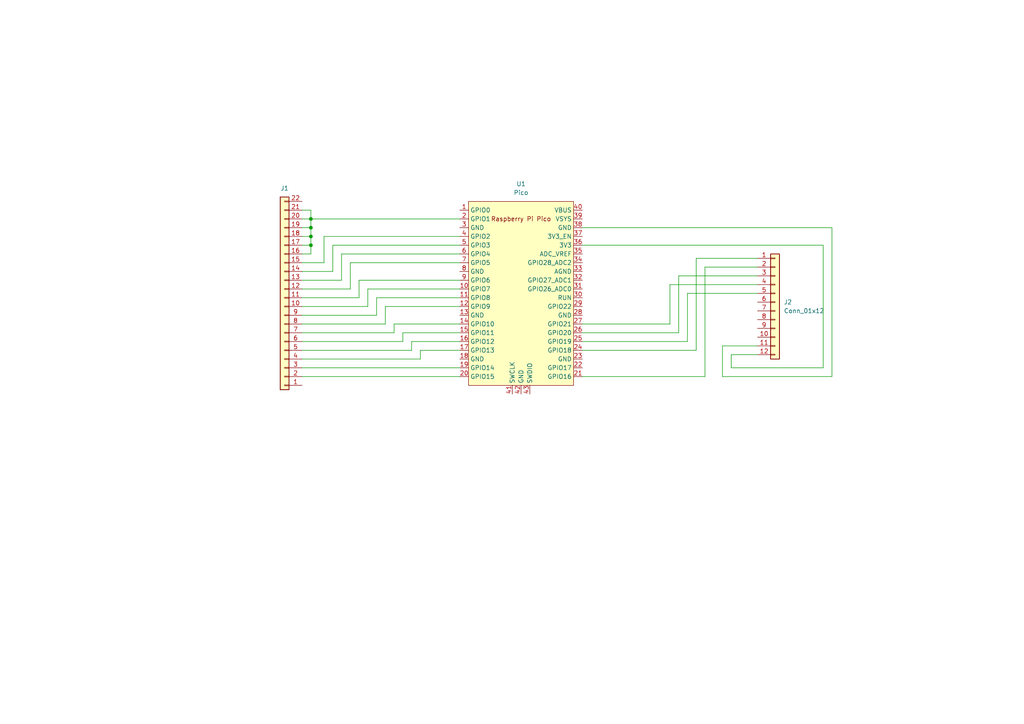
<source format=kicad_sch>
(kicad_sch (version 20250114) (generator "eeschema") (generator_version "9.0")
  (paper "A4")
  (lib_symbols
    (symbol "Connector_Generic:Conn_01x12" (pin_names (offset 1.016) (hide yes))
      (property "Reference" "J" (at 0 15.24 0))
      (property "Value" "Conn_01x12" (at 0 -17.78 0))
      (symbol "Conn_01x12_1_1"
        (rectangle (start -1.27 13.97) (end 1.27 -16.51) (stroke (width 0.254)) (fill (type background)))
        (rectangle (start -1.27 12.827) (end 0 12.573) (stroke (width 0.1524)))
        (rectangle (start -1.27 10.287) (end 0 10.033) (stroke (width 0.1524)))
        (rectangle (start -1.27 7.747) (end 0 7.493) (stroke (width 0.1524)))
        (rectangle (start -1.27 5.207) (end 0 4.953) (stroke (width 0.1524)))
        (rectangle (start -1.27 2.667) (end 0 2.413) (stroke (width 0.1524)))
        (rectangle (start -1.27 0.127) (end 0 -0.127) (stroke (width 0.1524)))
        (rectangle (start -1.27 -2.413) (end 0 -2.667) (stroke (width 0.1524)))
        (rectangle (start -1.27 -4.953) (end 0 -5.207) (stroke (width 0.1524)))
        (rectangle (start -1.27 -7.493) (end 0 -7.747) (stroke (width 0.1524)))
        (rectangle (start -1.27 -10.033) (end 0 -10.287) (stroke (width 0.1524)))
        (rectangle (start -1.27 -12.573) (end 0 -12.827) (stroke (width 0.1524)))
        (rectangle (start -1.27 -15.113) (end 0 -15.367) (stroke (width 0.1524)))
        (pin passive line (at -5.08 12.7 0) (length 3.81) (name "Pin_1") (number "1"))
        (pin passive line (at -5.08 10.16 0) (length 3.81) (name "Pin_2") (number "2"))
        (pin passive line (at -5.08 7.62 0) (length 3.81) (name "Pin_3") (number "3"))
        (pin passive line (at -5.08 5.08 0) (length 3.81) (name "Pin_4") (number "4"))
        (pin passive line (at -5.08 2.54 0) (length 3.81) (name "Pin_5") (number "5"))
        (pin passive line (at -5.08 0 0) (length 3.81) (name "Pin_6") (number "6"))
        (pin passive line (at -5.08 -2.54 0) (length 3.81) (name "Pin_7") (number "7"))
        (pin passive line (at -5.08 -5.08 0) (length 3.81) (name "Pin_8") (number "8"))
        (pin passive line (at -5.08 -7.62 0) (length 3.81) (name "Pin_9") (number "9"))
        (pin passive line (at -5.08 -10.16 0) (length 3.81) (name "Pin_10") (number "10"))
        (pin passive line (at -5.08 -12.7 0) (length 3.81) (name "Pin_11") (number "11"))
        (pin passive line (at -5.08 -15.24 0) (length 3.81) (name "Pin_12") (number "12"))
      )
    )
    (symbol "Connector_Generic:Conn_01x22" (pin_names (offset 1.016) (hide yes))
      (property "Reference" "J" (at 0 27.94 0))
      (property "Value" "Conn_01x22" (at 0 -30.48 0))
      (symbol "Conn_01x22_1_1"
        (rectangle (start -1.27 26.67) (end 1.27 -29.21) (stroke (width 0.254)) (fill (type background)))
        (rectangle (start -1.27 25.527) (end 0 25.273) (stroke (width 0.1524)))
        (rectangle (start -1.27 22.987) (end 0 22.733) (stroke (width 0.1524)))
        (rectangle (start -1.27 20.447) (end 0 20.193) (stroke (width 0.1524)))
        (rectangle (start -1.27 17.907) (end 0 17.653) (stroke (width 0.1524)))
        (rectangle (start -1.27 15.367) (end 0 15.113) (stroke (width 0.1524)))
        (rectangle (start -1.27 12.827) (end 0 12.573) (stroke (width 0.1524)))
        (rectangle (start -1.27 10.287) (end 0 10.033) (stroke (width 0.1524)))
        (rectangle (start -1.27 7.747) (end 0 7.493) (stroke (width 0.1524)))
        (rectangle (start -1.27 5.207) (end 0 4.953) (stroke (width 0.1524)))
        (rectangle (start -1.27 2.667) (end 0 2.413) (stroke (width 0.1524)))
        (rectangle (start -1.27 0.127) (end 0 -0.127) (stroke (width 0.1524)))
        (rectangle (start -1.27 -2.413) (end 0 -2.667) (stroke (width 0.1524)))
        (rectangle (start -1.27 -4.953) (end 0 -5.207) (stroke (width 0.1524)))
        (rectangle (start -1.27 -7.493) (end 0 -7.747) (stroke (width 0.1524)))
        (rectangle (start -1.27 -10.033) (end 0 -10.287) (stroke (width 0.1524)))
        (rectangle (start -1.27 -12.573) (end 0 -12.827) (stroke (width 0.1524)))
        (rectangle (start -1.27 -15.113) (end 0 -15.367) (stroke (width 0.1524)))
        (rectangle (start -1.27 -17.653) (end 0 -17.907) (stroke (width 0.1524)))
        (rectangle (start -1.27 -20.193) (end 0 -20.447) (stroke (width 0.1524)))
        (rectangle (start -1.27 -22.733) (end 0 -22.987) (stroke (width 0.1524)))
        (rectangle (start -1.27 -25.273) (end 0 -25.527) (stroke (width 0.1524)))
        (rectangle (start -1.27 -27.813) (end 0 -28.067) (stroke (width 0.1524)))
        (pin passive line (at -5.08 25.4 0) (length 3.81) (name "Pin_1") (number "1"))
        (pin passive line (at -5.08 22.86 0) (length 3.81) (name "Pin_2") (number "2"))
        (pin passive line (at -5.08 20.32 0) (length 3.81) (name "Pin_3") (number "3"))
        (pin passive line (at -5.08 17.78 0) (length 3.81) (name "Pin_4") (number "4"))
        (pin passive line (at -5.08 15.24 0) (length 3.81) (name "Pin_5") (number "5"))
        (pin passive line (at -5.08 12.7 0) (length 3.81) (name "Pin_6") (number "6"))
        (pin passive line (at -5.08 10.16 0) (length 3.81) (name "Pin_7") (number "7"))
        (pin passive line (at -5.08 7.62 0) (length 3.81) (name "Pin_8") (number "8"))
        (pin passive line (at -5.08 5.08 0) (length 3.81) (name "Pin_9") (number "9"))
        (pin passive line (at -5.08 2.54 0) (length 3.81) (name "Pin_10") (number "10"))
        (pin passive line (at -5.08 0 0) (length 3.81) (name "Pin_11") (number "11"))
        (pin passive line (at -5.08 -2.54 0) (length 3.81) (name "Pin_12") (number "12"))
        (pin passive line (at -5.08 -5.08 0) (length 3.81) (name "Pin_13") (number "13"))
        (pin passive line (at -5.08 -7.62 0) (length 3.81) (name "Pin_14") (number "14"))
        (pin passive line (at -5.08 -10.16 0) (length 3.81) (name "Pin_15") (number "15"))
        (pin passive line (at -5.08 -12.7 0) (length 3.81) (name "Pin_16") (number "16"))
        (pin passive line (at -5.08 -15.24 0) (length 3.81) (name "Pin_17") (number "17"))
        (pin passive line (at -5.08 -17.78 0) (length 3.81) (name "Pin_18") (number "18"))
        (pin passive line (at -5.08 -20.32 0) (length 3.81) (name "Pin_19") (number "19"))
        (pin passive line (at -5.08 -22.86 0) (length 3.81) (name "Pin_20") (number "20"))
        (pin passive line (at -5.08 -25.4 0) (length 3.81) (name "Pin_21") (number "21"))
        (pin passive line (at -5.08 -27.94 0) (length 3.81) (name "Pin_22") (number "22"))
      )
    )
    (symbol "MCU_RaspberryPi_and_Boards:Pico"
      (property "Reference" "U" (at -13.97 27.94 0))
      (property "Value" "Pico" (at 0 19.05 0))
      (symbol "Pico_0_0"
        (text "Raspberry Pi Pico" (at 0 21.59 0) (effects (font (size 1.27 1.27))))
      )
      (symbol "Pico_0_1"
        (rectangle (start -15.24 26.67) (end 15.24 -26.67) (fill (type background)))
      )
      (symbol "Pico_1_1"
        (pin bidirectional line (at -17.78 24.13 0) (length 2.54) (name "GPIO0") (number "1"))
        (pin bidirectional line (at -17.78 21.59 0) (length 2.54) (name "GPIO1") (number "2"))
        (pin power_in line (at -17.78 19.05 0) (length 2.54) (name "GND") (number "3"))
        (pin bidirectional line (at -17.78 16.51 0) (length 2.54) (name "GPIO2") (number "4"))
        (pin bidirectional line (at -17.78 13.97 0) (length 2.54) (name "GPIO3") (number "5"))
        (pin bidirectional line (at -17.78 11.43 0) (length 2.54) (name "GPIO4") (number "6"))
        (pin bidirectional line (at -17.78 8.89 0) (length 2.54) (name "GPIO5") (number "7"))
        (pin power_in line (at -17.78 6.35 0) (length 2.54) (name "GND") (number "8"))
        (pin bidirectional line (at -17.78 3.81 0) (length 2.54) (name "GPIO6") (number "9"))
        (pin bidirectional line (at -17.78 1.27 0) (length 2.54) (name "GPIO7") (number "10"))
        (pin bidirectional line (at -17.78 -1.27 0) (length 2.54) (name "GPIO8") (number "11"))
        (pin bidirectional line (at -17.78 -3.81 0) (length 2.54) (name "GPIO9") (number "12"))
        (pin power_in line (at -17.78 -6.35 0) (length 2.54) (name "GND") (number "13"))
        (pin bidirectional line (at -17.78 -8.89 0) (length 2.54) (name "GPIO10") (number "14"))
        (pin bidirectional line (at -17.78 -11.43 0) (length 2.54) (name "GPIO11") (number "15"))
        (pin bidirectional line (at -17.78 -13.97 0) (length 2.54) (name "GPIO12") (number "16"))
        (pin bidirectional line (at -17.78 -16.51 0) (length 2.54) (name "GPIO13") (number "17"))
        (pin power_in line (at -17.78 -19.05 0) (length 2.54) (name "GND") (number "18"))
        (pin bidirectional line (at -17.78 -21.59 0) (length 2.54) (name "GPIO14") (number "19"))
        (pin bidirectional line (at -17.78 -24.13 0) (length 2.54) (name "GPIO15") (number "20"))
        (pin input line (at -2.54 -29.21 90) (length 2.54) (name "SWCLK") (number "41"))
        (pin power_in line (at 0 -29.21 90) (length 2.54) (name "GND") (number "42"))
        (pin bidirectional line (at 2.54 -29.21 90) (length 2.54) (name "SWDIO") (number "43"))
        (pin power_in line (at 17.78 24.13 180) (length 2.54) (name "VBUS") (number "40"))
        (pin power_in line (at 17.78 21.59 180) (length 2.54) (name "VSYS") (number "39"))
        (pin bidirectional line (at 17.78 19.05 180) (length 2.54) (name "GND") (number "38"))
        (pin input line (at 17.78 16.51 180) (length 2.54) (name "3V3_EN") (number "37"))
        (pin power_in line (at 17.78 13.97 180) (length 2.54) (name "3V3") (number "36"))
        (pin power_in line (at 17.78 11.43 180) (length 2.54) (name "ADC_VREF") (number "35"))
        (pin bidirectional line (at 17.78 8.89 180) (length 2.54) (name "GPIO28_ADC2") (number "34"))
        (pin power_in line (at 17.78 6.35 180) (length 2.54) (name "AGND") (number "33"))
        (pin bidirectional line (at 17.78 3.81 180) (length 2.54) (name "GPIO27_ADC1") (number "32"))
        (pin bidirectional line (at 17.78 1.27 180) (length 2.54) (name "GPIO26_ADC0") (number "31"))
        (pin input line (at 17.78 -1.27 180) (length 2.54) (name "RUN") (number "30"))
        (pin bidirectional line (at 17.78 -3.81 180) (length 2.54) (name "GPIO22") (number "29"))
        (pin power_in line (at 17.78 -6.35 180) (length 2.54) (name "GND") (number "28"))
        (pin bidirectional line (at 17.78 -8.89 180) (length 2.54) (name "GPIO21") (number "27"))
        (pin bidirectional line (at 17.78 -11.43 180) (length 2.54) (name "GPIO20") (number "26"))
        (pin bidirectional line (at 17.78 -13.97 180) (length 2.54) (name "GPIO19") (number "25"))
        (pin bidirectional line (at 17.78 -16.51 180) (length 2.54) (name "GPIO18") (number "24"))
        (pin power_in line (at 17.78 -19.05 180) (length 2.54) (name "GND") (number "23"))
        (pin bidirectional line (at 17.78 -21.59 180) (length 2.54) (name "GPIO17") (number "22"))
        (pin bidirectional line (at 17.78 -24.13 180) (length 2.54) (name "GPIO16") (number "21"))
      )
    )
  )
  (junction (at 90.17 63.5))
  (junction (at 90.17 71.12))
  (junction (at 90.17 66.04))
  (junction (at 90.17 68.58))
  (wire (pts (xy 87.63 88.9) (xy 106.68 88.9)))
  (wire (pts (xy 209.55 109.22) (xy 241.3 109.22)))
  (wire (pts (xy 212.09 102.87) (xy 212.09 106.68)))
  (wire (pts (xy 119.38 101.6) (xy 119.38 99.06)))
  (wire (pts (xy 87.63 101.6) (xy 119.38 101.6)))
  (wire (pts (xy 96.52 78.74) (xy 96.52 71.12)))
  (wire (pts (xy 87.63 60.96) (xy 90.17 60.96)))
  (wire (pts (xy 196.85 96.52) (xy 168.91 96.52)))
  (wire (pts (xy 201.93 101.6) (xy 168.91 101.6)))
  (wire (pts (xy 209.55 100.33) (xy 219.71 100.33)))
  (wire (pts (xy 90.17 73.66) (xy 90.17 71.12)))
  (wire (pts (xy 121.92 101.6) (xy 133.35 101.6)))
  (wire (pts (xy 87.63 109.22) (xy 133.35 109.22)))
  (wire (pts (xy 87.63 106.68) (xy 133.35 106.68)))
  (wire (pts (xy 114.3 96.52) (xy 114.3 93.98)))
  (wire (pts (xy 87.63 68.58) (xy 90.17 68.58)))
  (wire (pts (xy 116.84 96.52) (xy 116.84 99.06)))
  (wire (pts (xy 99.06 73.66) (xy 133.35 73.66)))
  (wire (pts (xy 93.98 76.2) (xy 93.98 68.58)))
  (wire (pts (xy 87.63 96.52) (xy 114.3 96.52)))
  (wire (pts (xy 168.91 71.12) (xy 238.76 71.12)))
  (wire (pts (xy 106.68 83.82) (xy 133.35 83.82)))
  (wire (pts (xy 87.63 83.82) (xy 101.6 83.82)))
  (wire (pts (xy 209.55 100.33) (xy 209.55 109.22)))
  (wire (pts (xy 111.76 88.9) (xy 133.35 88.9)))
  (wire (pts (xy 96.52 71.12) (xy 133.35 71.12)))
  (wire (pts (xy 101.6 76.2) (xy 133.35 76.2)))
  (wire (pts (xy 109.22 91.44) (xy 109.22 86.36)))
  (wire (pts (xy 114.3 93.98) (xy 133.35 93.98)))
  (wire (pts (xy 87.63 81.28) (xy 99.06 81.28)))
  (wire (pts (xy 199.39 85.09) (xy 219.71 85.09)))
  (wire (pts (xy 104.14 81.28) (xy 133.35 81.28)))
  (wire (pts (xy 87.63 78.74) (xy 96.52 78.74)))
  (wire (pts (xy 87.63 93.98) (xy 111.76 93.98)))
  (wire (pts (xy 194.31 82.55) (xy 219.71 82.55)))
  (wire (pts (xy 87.63 99.06) (xy 116.84 99.06)))
  (wire (pts (xy 99.06 81.28) (xy 99.06 73.66)))
  (wire (pts (xy 90.17 60.96) (xy 90.17 63.5)))
  (wire (pts (xy 212.09 106.68) (xy 238.76 106.68)))
  (wire (pts (xy 87.63 63.5) (xy 90.17 63.5)))
  (wire (pts (xy 241.3 109.22) (xy 241.3 66.04)))
  (wire (pts (xy 93.98 68.58) (xy 133.35 68.58)))
  (wire (pts (xy 116.84 96.52) (xy 133.35 96.52)))
  (wire (pts (xy 87.63 73.66) (xy 90.17 73.66)))
  (wire (pts (xy 106.68 88.9) (xy 106.68 83.82)))
  (wire (pts (xy 194.31 82.55) (xy 194.31 93.98)))
  (wire (pts (xy 204.47 77.47) (xy 204.47 109.22)))
  (wire (pts (xy 87.63 71.12) (xy 90.17 71.12)))
  (wire (pts (xy 101.6 83.82) (xy 101.6 76.2)))
  (wire (pts (xy 87.63 104.14) (xy 121.92 104.14)))
  (wire (pts (xy 201.93 74.93) (xy 219.71 74.93)))
  (wire (pts (xy 204.47 109.22) (xy 168.91 109.22)))
  (wire (pts (xy 238.76 106.68) (xy 238.76 71.12)))
  (wire (pts (xy 212.09 102.87) (xy 219.71 102.87)))
  (wire (pts (xy 90.17 63.5) (xy 133.35 63.5)))
  (wire (pts (xy 104.14 86.36) (xy 104.14 81.28)))
  (wire (pts (xy 90.17 68.58) (xy 90.17 66.04)))
  (wire (pts (xy 87.63 86.36) (xy 104.14 86.36)))
  (wire (pts (xy 109.22 86.36) (xy 133.35 86.36)))
  (wire (pts (xy 196.85 80.01) (xy 196.85 96.52)))
  (wire (pts (xy 196.85 80.01) (xy 219.71 80.01)))
  (wire (pts (xy 90.17 71.12) (xy 90.17 68.58)))
  (wire (pts (xy 204.47 77.47) (xy 219.71 77.47)))
  (wire (pts (xy 194.31 93.98) (xy 168.91 93.98)))
  (wire (pts (xy 111.76 88.9) (xy 111.76 93.98)))
  (wire (pts (xy 121.92 104.14) (xy 121.92 101.6)))
  (wire (pts (xy 168.91 66.04) (xy 241.3 66.04)))
  (wire (pts (xy 199.39 85.09) (xy 199.39 99.06)))
  (wire (pts (xy 87.63 91.44) (xy 109.22 91.44)))
  (wire (pts (xy 90.17 66.04) (xy 90.17 63.5)))
  (wire (pts (xy 201.93 74.93) (xy 201.93 101.6)))
  (wire (pts (xy 87.63 76.2) (xy 93.98 76.2)))
  (wire (pts (xy 87.63 66.04) (xy 90.17 66.04)))
  (wire (pts (xy 119.38 99.06) (xy 133.35 99.06)))
  (wire (pts (xy 199.39 99.06) (xy 168.91 99.06)))
  (symbol (lib_id "Connector_Generic:Conn_01x22") (at 82.55 86.36 180) (unit 1)
    (property "Reference" "J1" (at 82.55 54.61 0))
    (property "Value" "Conn_01x22" (effects (hide yes)))
    (property "Footprint" "Library:FPC-SMD_KH-FG0.5-H2.0-22PIN" (effects (hide yes)))
    (property "Description" "Generic connector, single row, 01x22, script generated (kicad-library-utils/schlib/autogen/connector/)" (effects (hide yes)))
    (property "LCSC Part #" "C2797212" (effects (hide yes)))
  )
  (symbol (lib_id "MCU_RaspberryPi_and_Boards:Pico") (at 151.13 85.09 0) (unit 1) (in_bom no)
    (property "Reference" "U1" (at 151.13 53.34 0))
    (property "Value" "Pico" (at 151.13 55.88 0))
    (property "Footprint" "MCU_RaspberryPi_and_Boards:RPi_Pico_SMD_TH" (effects (hide yes)))
  )
  (symbol (lib_id "Connector_Generic:Conn_01x12") (at 224.79 87.63 0) (unit 1)
    (property "Reference" "J2" (at 227.33 87.6299 0) (effects (justify left)))
    (property "Value" "Conn_01x12" (at 227.33 90.1699 0) (effects (justify left)))
    (property "Footprint" "Library:FPC-SMD_KH-FG0.5-H2.0-12PIN" (effects (hide yes)))
    (property "Description" "Generic connector, single row, 01x12, script generated (kicad-library-utils/schlib/autogen/connector/)" (effects (hide yes)))
    (property "LCSC Part #" "C709366" (effects (hide yes)))
  )
)
</source>
